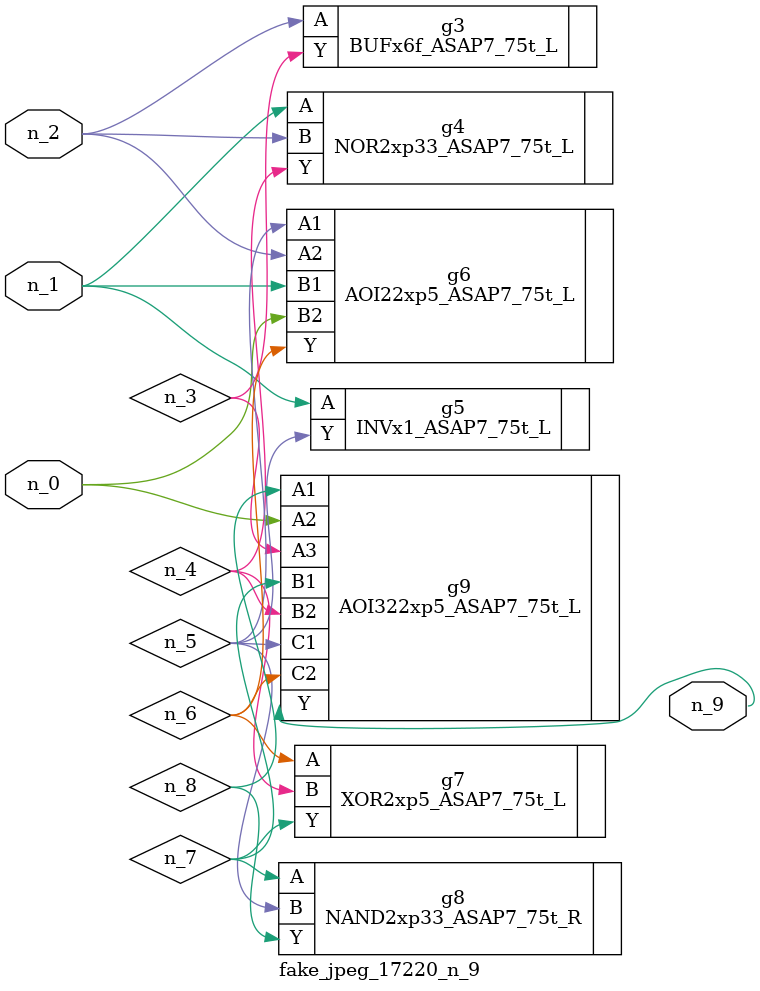
<source format=v>
module fake_jpeg_17220_n_9 (n_0, n_2, n_1, n_9);

input n_0;
input n_2;
input n_1;

output n_9;

wire n_3;
wire n_4;
wire n_8;
wire n_6;
wire n_5;
wire n_7;

BUFx6f_ASAP7_75t_L g3 ( 
.A(n_2),
.Y(n_3)
);

NOR2xp33_ASAP7_75t_L g4 ( 
.A(n_1),
.B(n_2),
.Y(n_4)
);

INVx1_ASAP7_75t_L g5 ( 
.A(n_1),
.Y(n_5)
);

AOI22xp5_ASAP7_75t_L g6 ( 
.A1(n_5),
.A2(n_2),
.B1(n_1),
.B2(n_0),
.Y(n_6)
);

XOR2xp5_ASAP7_75t_L g7 ( 
.A(n_6),
.B(n_4),
.Y(n_7)
);

NAND2xp33_ASAP7_75t_R g8 ( 
.A(n_7),
.B(n_5),
.Y(n_8)
);

AOI322xp5_ASAP7_75t_L g9 ( 
.A1(n_8),
.A2(n_0),
.A3(n_3),
.B1(n_7),
.B2(n_4),
.C1(n_5),
.C2(n_6),
.Y(n_9)
);


endmodule
</source>
